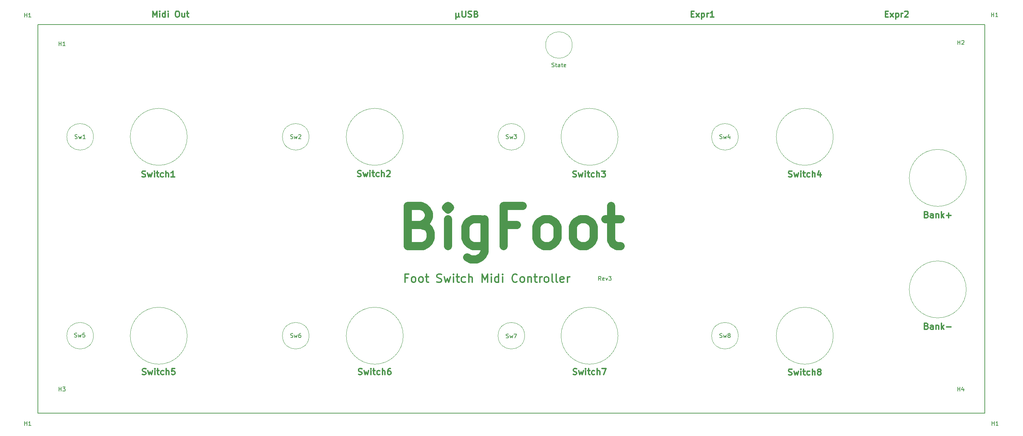
<source format=gbr>
%TF.GenerationSoftware,KiCad,Pcbnew,(6.0.9)*%
%TF.CreationDate,2022-12-12T15:43:42+01:00*%
%TF.ProjectId,BigFoot-Enclosure,42696746-6f6f-4742-9d45-6e636c6f7375,rev?*%
%TF.SameCoordinates,Original*%
%TF.FileFunction,Legend,Top*%
%TF.FilePolarity,Positive*%
%FSLAX46Y46*%
G04 Gerber Fmt 4.6, Leading zero omitted, Abs format (unit mm)*
G04 Created by KiCad (PCBNEW (6.0.9)) date 2022-12-12 15:43:42*
%MOMM*%
%LPD*%
G01*
G04 APERTURE LIST*
%ADD10C,0.150000*%
%ADD11C,0.375000*%
%ADD12C,2.000000*%
%ADD13C,0.300000*%
%ADD14C,0.120000*%
G04 APERTURE END LIST*
D10*
X33200000Y-144500000D02*
X268200000Y-144500000D01*
X268200000Y-144500000D02*
X268200000Y-47980000D01*
X268200000Y-47980000D02*
X33200000Y-47980000D01*
X33200000Y-47980000D02*
X33200000Y-144500000D01*
D11*
X243514285Y-45392857D02*
X244014285Y-45392857D01*
X244228571Y-46178571D02*
X243514285Y-46178571D01*
X243514285Y-44678571D01*
X244228571Y-44678571D01*
X244728571Y-46178571D02*
X245514285Y-45178571D01*
X244728571Y-45178571D02*
X245514285Y-46178571D01*
X246085714Y-45178571D02*
X246085714Y-46678571D01*
X246085714Y-45250000D02*
X246228571Y-45178571D01*
X246514285Y-45178571D01*
X246657142Y-45250000D01*
X246728571Y-45321428D01*
X246800000Y-45464285D01*
X246800000Y-45892857D01*
X246728571Y-46035714D01*
X246657142Y-46107142D01*
X246514285Y-46178571D01*
X246228571Y-46178571D01*
X246085714Y-46107142D01*
X247442857Y-46178571D02*
X247442857Y-45178571D01*
X247442857Y-45464285D02*
X247514285Y-45321428D01*
X247585714Y-45250000D01*
X247728571Y-45178571D01*
X247871428Y-45178571D01*
X248300000Y-44821428D02*
X248371428Y-44750000D01*
X248514285Y-44678571D01*
X248871428Y-44678571D01*
X249014285Y-44750000D01*
X249085714Y-44821428D01*
X249157142Y-44964285D01*
X249157142Y-45107142D01*
X249085714Y-45321428D01*
X248228571Y-46178571D01*
X249157142Y-46178571D01*
D12*
X128319047Y-97785714D02*
X129747619Y-98261904D01*
X130223809Y-98738095D01*
X130700000Y-99690476D01*
X130700000Y-101119047D01*
X130223809Y-102071428D01*
X129747619Y-102547619D01*
X128795238Y-103023809D01*
X124985714Y-103023809D01*
X124985714Y-93023809D01*
X128319047Y-93023809D01*
X129271428Y-93500000D01*
X129747619Y-93976190D01*
X130223809Y-94928571D01*
X130223809Y-95880952D01*
X129747619Y-96833333D01*
X129271428Y-97309523D01*
X128319047Y-97785714D01*
X124985714Y-97785714D01*
X134985714Y-103023809D02*
X134985714Y-96357142D01*
X134985714Y-93023809D02*
X134509523Y-93500000D01*
X134985714Y-93976190D01*
X135461904Y-93500000D01*
X134985714Y-93023809D01*
X134985714Y-93976190D01*
X144033333Y-96357142D02*
X144033333Y-104452380D01*
X143557142Y-105404761D01*
X143080952Y-105880952D01*
X142128571Y-106357142D01*
X140700000Y-106357142D01*
X139747619Y-105880952D01*
X144033333Y-102547619D02*
X143080952Y-103023809D01*
X141176190Y-103023809D01*
X140223809Y-102547619D01*
X139747619Y-102071428D01*
X139271428Y-101119047D01*
X139271428Y-98261904D01*
X139747619Y-97309523D01*
X140223809Y-96833333D01*
X141176190Y-96357142D01*
X143080952Y-96357142D01*
X144033333Y-96833333D01*
X152128571Y-97785714D02*
X148795238Y-97785714D01*
X148795238Y-103023809D02*
X148795238Y-93023809D01*
X153557142Y-93023809D01*
X158795238Y-103023809D02*
X157842857Y-102547619D01*
X157366666Y-102071428D01*
X156890476Y-101119047D01*
X156890476Y-98261904D01*
X157366666Y-97309523D01*
X157842857Y-96833333D01*
X158795238Y-96357142D01*
X160223809Y-96357142D01*
X161176190Y-96833333D01*
X161652380Y-97309523D01*
X162128571Y-98261904D01*
X162128571Y-101119047D01*
X161652380Y-102071428D01*
X161176190Y-102547619D01*
X160223809Y-103023809D01*
X158795238Y-103023809D01*
X167842857Y-103023809D02*
X166890476Y-102547619D01*
X166414285Y-102071428D01*
X165938095Y-101119047D01*
X165938095Y-98261904D01*
X166414285Y-97309523D01*
X166890476Y-96833333D01*
X167842857Y-96357142D01*
X169271428Y-96357142D01*
X170223809Y-96833333D01*
X170700000Y-97309523D01*
X171176190Y-98261904D01*
X171176190Y-101119047D01*
X170700000Y-102071428D01*
X170223809Y-102547619D01*
X169271428Y-103023809D01*
X167842857Y-103023809D01*
X174033333Y-96357142D02*
X177842857Y-96357142D01*
X175461904Y-93023809D02*
X175461904Y-101595238D01*
X175938095Y-102547619D01*
X176890476Y-103023809D01*
X177842857Y-103023809D01*
D11*
X61742857Y-46178571D02*
X61742857Y-44678571D01*
X62242857Y-45750000D01*
X62742857Y-44678571D01*
X62742857Y-46178571D01*
X63457142Y-46178571D02*
X63457142Y-45178571D01*
X63457142Y-44678571D02*
X63385714Y-44750000D01*
X63457142Y-44821428D01*
X63528571Y-44750000D01*
X63457142Y-44678571D01*
X63457142Y-44821428D01*
X64814285Y-46178571D02*
X64814285Y-44678571D01*
X64814285Y-46107142D02*
X64671428Y-46178571D01*
X64385714Y-46178571D01*
X64242857Y-46107142D01*
X64171428Y-46035714D01*
X64100000Y-45892857D01*
X64100000Y-45464285D01*
X64171428Y-45321428D01*
X64242857Y-45250000D01*
X64385714Y-45178571D01*
X64671428Y-45178571D01*
X64814285Y-45250000D01*
X65528571Y-46178571D02*
X65528571Y-45178571D01*
X65528571Y-44678571D02*
X65457142Y-44750000D01*
X65528571Y-44821428D01*
X65600000Y-44750000D01*
X65528571Y-44678571D01*
X65528571Y-44821428D01*
X67671428Y-44678571D02*
X67957142Y-44678571D01*
X68100000Y-44750000D01*
X68242857Y-44892857D01*
X68314285Y-45178571D01*
X68314285Y-45678571D01*
X68242857Y-45964285D01*
X68100000Y-46107142D01*
X67957142Y-46178571D01*
X67671428Y-46178571D01*
X67528571Y-46107142D01*
X67385714Y-45964285D01*
X67314285Y-45678571D01*
X67314285Y-45178571D01*
X67385714Y-44892857D01*
X67528571Y-44750000D01*
X67671428Y-44678571D01*
X69600000Y-45178571D02*
X69600000Y-46178571D01*
X68957142Y-45178571D02*
X68957142Y-45964285D01*
X69028571Y-46107142D01*
X69171428Y-46178571D01*
X69385714Y-46178571D01*
X69528571Y-46107142D01*
X69600000Y-46035714D01*
X70100000Y-45178571D02*
X70671428Y-45178571D01*
X70314285Y-44678571D02*
X70314285Y-45964285D01*
X70385714Y-46107142D01*
X70528571Y-46178571D01*
X70671428Y-46178571D01*
D13*
X124980952Y-110957142D02*
X124314285Y-110957142D01*
X124314285Y-112004761D02*
X124314285Y-110004761D01*
X125266666Y-110004761D01*
X126314285Y-112004761D02*
X126123809Y-111909523D01*
X126028571Y-111814285D01*
X125933333Y-111623809D01*
X125933333Y-111052380D01*
X126028571Y-110861904D01*
X126123809Y-110766666D01*
X126314285Y-110671428D01*
X126599999Y-110671428D01*
X126790476Y-110766666D01*
X126885714Y-110861904D01*
X126980952Y-111052380D01*
X126980952Y-111623809D01*
X126885714Y-111814285D01*
X126790476Y-111909523D01*
X126599999Y-112004761D01*
X126314285Y-112004761D01*
X128123809Y-112004761D02*
X127933333Y-111909523D01*
X127838095Y-111814285D01*
X127742857Y-111623809D01*
X127742857Y-111052380D01*
X127838095Y-110861904D01*
X127933333Y-110766666D01*
X128123809Y-110671428D01*
X128409523Y-110671428D01*
X128599999Y-110766666D01*
X128695238Y-110861904D01*
X128790476Y-111052380D01*
X128790476Y-111623809D01*
X128695238Y-111814285D01*
X128599999Y-111909523D01*
X128409523Y-112004761D01*
X128123809Y-112004761D01*
X129361904Y-110671428D02*
X130123809Y-110671428D01*
X129647619Y-110004761D02*
X129647619Y-111719047D01*
X129742857Y-111909523D01*
X129933333Y-112004761D01*
X130123809Y-112004761D01*
X132219047Y-111909523D02*
X132504761Y-112004761D01*
X132980952Y-112004761D01*
X133171428Y-111909523D01*
X133266666Y-111814285D01*
X133361904Y-111623809D01*
X133361904Y-111433333D01*
X133266666Y-111242857D01*
X133171428Y-111147619D01*
X132980952Y-111052380D01*
X132599999Y-110957142D01*
X132409523Y-110861904D01*
X132314285Y-110766666D01*
X132219047Y-110576190D01*
X132219047Y-110385714D01*
X132314285Y-110195238D01*
X132409523Y-110100000D01*
X132599999Y-110004761D01*
X133076190Y-110004761D01*
X133361904Y-110100000D01*
X134028571Y-110671428D02*
X134409523Y-112004761D01*
X134790476Y-111052380D01*
X135171428Y-112004761D01*
X135552380Y-110671428D01*
X136314285Y-112004761D02*
X136314285Y-110671428D01*
X136314285Y-110004761D02*
X136219047Y-110100000D01*
X136314285Y-110195238D01*
X136409523Y-110100000D01*
X136314285Y-110004761D01*
X136314285Y-110195238D01*
X136980952Y-110671428D02*
X137742857Y-110671428D01*
X137266666Y-110004761D02*
X137266666Y-111719047D01*
X137361904Y-111909523D01*
X137552380Y-112004761D01*
X137742857Y-112004761D01*
X139266666Y-111909523D02*
X139076190Y-112004761D01*
X138695238Y-112004761D01*
X138504761Y-111909523D01*
X138409523Y-111814285D01*
X138314285Y-111623809D01*
X138314285Y-111052380D01*
X138409523Y-110861904D01*
X138504761Y-110766666D01*
X138695238Y-110671428D01*
X139076190Y-110671428D01*
X139266666Y-110766666D01*
X140123809Y-112004761D02*
X140123809Y-110004761D01*
X140980952Y-112004761D02*
X140980952Y-110957142D01*
X140885714Y-110766666D01*
X140695238Y-110671428D01*
X140409523Y-110671428D01*
X140219047Y-110766666D01*
X140123809Y-110861904D01*
X143457142Y-112004761D02*
X143457142Y-110004761D01*
X144123809Y-111433333D01*
X144790476Y-110004761D01*
X144790476Y-112004761D01*
X145742857Y-112004761D02*
X145742857Y-110671428D01*
X145742857Y-110004761D02*
X145647619Y-110100000D01*
X145742857Y-110195238D01*
X145838095Y-110100000D01*
X145742857Y-110004761D01*
X145742857Y-110195238D01*
X147552380Y-112004761D02*
X147552380Y-110004761D01*
X147552380Y-111909523D02*
X147361904Y-112004761D01*
X146980952Y-112004761D01*
X146790476Y-111909523D01*
X146695238Y-111814285D01*
X146599999Y-111623809D01*
X146599999Y-111052380D01*
X146695238Y-110861904D01*
X146790476Y-110766666D01*
X146980952Y-110671428D01*
X147361904Y-110671428D01*
X147552380Y-110766666D01*
X148504761Y-112004761D02*
X148504761Y-110671428D01*
X148504761Y-110004761D02*
X148409523Y-110100000D01*
X148504761Y-110195238D01*
X148599999Y-110100000D01*
X148504761Y-110004761D01*
X148504761Y-110195238D01*
X152123809Y-111814285D02*
X152028571Y-111909523D01*
X151742857Y-112004761D01*
X151552380Y-112004761D01*
X151266666Y-111909523D01*
X151076190Y-111719047D01*
X150980952Y-111528571D01*
X150885714Y-111147619D01*
X150885714Y-110861904D01*
X150980952Y-110480952D01*
X151076190Y-110290476D01*
X151266666Y-110100000D01*
X151552380Y-110004761D01*
X151742857Y-110004761D01*
X152028571Y-110100000D01*
X152123809Y-110195238D01*
X153266666Y-112004761D02*
X153076190Y-111909523D01*
X152980952Y-111814285D01*
X152885714Y-111623809D01*
X152885714Y-111052380D01*
X152980952Y-110861904D01*
X153076190Y-110766666D01*
X153266666Y-110671428D01*
X153552380Y-110671428D01*
X153742857Y-110766666D01*
X153838095Y-110861904D01*
X153933333Y-111052380D01*
X153933333Y-111623809D01*
X153838095Y-111814285D01*
X153742857Y-111909523D01*
X153552380Y-112004761D01*
X153266666Y-112004761D01*
X154790476Y-110671428D02*
X154790476Y-112004761D01*
X154790476Y-110861904D02*
X154885714Y-110766666D01*
X155076190Y-110671428D01*
X155361904Y-110671428D01*
X155552380Y-110766666D01*
X155647619Y-110957142D01*
X155647619Y-112004761D01*
X156314285Y-110671428D02*
X157076190Y-110671428D01*
X156599999Y-110004761D02*
X156599999Y-111719047D01*
X156695238Y-111909523D01*
X156885714Y-112004761D01*
X157076190Y-112004761D01*
X157742857Y-112004761D02*
X157742857Y-110671428D01*
X157742857Y-111052380D02*
X157838095Y-110861904D01*
X157933333Y-110766666D01*
X158123809Y-110671428D01*
X158314285Y-110671428D01*
X159266666Y-112004761D02*
X159076190Y-111909523D01*
X158980952Y-111814285D01*
X158885714Y-111623809D01*
X158885714Y-111052380D01*
X158980952Y-110861904D01*
X159076190Y-110766666D01*
X159266666Y-110671428D01*
X159552380Y-110671428D01*
X159742857Y-110766666D01*
X159838095Y-110861904D01*
X159933333Y-111052380D01*
X159933333Y-111623809D01*
X159838095Y-111814285D01*
X159742857Y-111909523D01*
X159552380Y-112004761D01*
X159266666Y-112004761D01*
X161076190Y-112004761D02*
X160885714Y-111909523D01*
X160790476Y-111719047D01*
X160790476Y-110004761D01*
X162123809Y-112004761D02*
X161933333Y-111909523D01*
X161838095Y-111719047D01*
X161838095Y-110004761D01*
X163647619Y-111909523D02*
X163457142Y-112004761D01*
X163076190Y-112004761D01*
X162885714Y-111909523D01*
X162790476Y-111719047D01*
X162790476Y-110957142D01*
X162885714Y-110766666D01*
X163076190Y-110671428D01*
X163457142Y-110671428D01*
X163647619Y-110766666D01*
X163742857Y-110957142D01*
X163742857Y-111147619D01*
X162790476Y-111338095D01*
X164599999Y-112004761D02*
X164599999Y-110671428D01*
X164599999Y-111052380D02*
X164695238Y-110861904D01*
X164790476Y-110766666D01*
X164980952Y-110671428D01*
X165171428Y-110671428D01*
D11*
X195314285Y-45392857D02*
X195814285Y-45392857D01*
X196028571Y-46178571D02*
X195314285Y-46178571D01*
X195314285Y-44678571D01*
X196028571Y-44678571D01*
X196528571Y-46178571D02*
X197314285Y-45178571D01*
X196528571Y-45178571D02*
X197314285Y-46178571D01*
X197885714Y-45178571D02*
X197885714Y-46678571D01*
X197885714Y-45250000D02*
X198028571Y-45178571D01*
X198314285Y-45178571D01*
X198457142Y-45250000D01*
X198528571Y-45321428D01*
X198600000Y-45464285D01*
X198600000Y-45892857D01*
X198528571Y-46035714D01*
X198457142Y-46107142D01*
X198314285Y-46178571D01*
X198028571Y-46178571D01*
X197885714Y-46107142D01*
X199242857Y-46178571D02*
X199242857Y-45178571D01*
X199242857Y-45464285D02*
X199314285Y-45321428D01*
X199385714Y-45250000D01*
X199528571Y-45178571D01*
X199671428Y-45178571D01*
X200957142Y-46178571D02*
X200100000Y-46178571D01*
X200528571Y-46178571D02*
X200528571Y-44678571D01*
X200385714Y-44892857D01*
X200242857Y-45035714D01*
X200100000Y-45107142D01*
D10*
X172923809Y-111552380D02*
X172590476Y-111076190D01*
X172352380Y-111552380D02*
X172352380Y-110552380D01*
X172733333Y-110552380D01*
X172828571Y-110600000D01*
X172876190Y-110647619D01*
X172923809Y-110742857D01*
X172923809Y-110885714D01*
X172876190Y-110980952D01*
X172828571Y-111028571D01*
X172733333Y-111076190D01*
X172352380Y-111076190D01*
X173733333Y-111504761D02*
X173638095Y-111552380D01*
X173447619Y-111552380D01*
X173352380Y-111504761D01*
X173304761Y-111409523D01*
X173304761Y-111028571D01*
X173352380Y-110933333D01*
X173447619Y-110885714D01*
X173638095Y-110885714D01*
X173733333Y-110933333D01*
X173780952Y-111028571D01*
X173780952Y-111123809D01*
X173304761Y-111219047D01*
X174114285Y-110885714D02*
X174352380Y-111552380D01*
X174590476Y-110885714D01*
X174876190Y-110552380D02*
X175495238Y-110552380D01*
X175161904Y-110933333D01*
X175304761Y-110933333D01*
X175400000Y-110980952D01*
X175447619Y-111028571D01*
X175495238Y-111123809D01*
X175495238Y-111361904D01*
X175447619Y-111457142D01*
X175400000Y-111504761D01*
X175304761Y-111552380D01*
X175019047Y-111552380D01*
X174923809Y-111504761D01*
X174876190Y-111457142D01*
D11*
X136921428Y-45178571D02*
X136921428Y-46678571D01*
X137635714Y-45964285D02*
X137707142Y-46107142D01*
X137850000Y-46178571D01*
X136921428Y-45964285D02*
X136992857Y-46107142D01*
X137135714Y-46178571D01*
X137421428Y-46178571D01*
X137564285Y-46107142D01*
X137635714Y-45964285D01*
X137635714Y-45178571D01*
X138492857Y-44678571D02*
X138492857Y-45892857D01*
X138564285Y-46035714D01*
X138635714Y-46107142D01*
X138778571Y-46178571D01*
X139064285Y-46178571D01*
X139207142Y-46107142D01*
X139278571Y-46035714D01*
X139350000Y-45892857D01*
X139350000Y-44678571D01*
X139992857Y-46107142D02*
X140207142Y-46178571D01*
X140564285Y-46178571D01*
X140707142Y-46107142D01*
X140778571Y-46035714D01*
X140850000Y-45892857D01*
X140850000Y-45750000D01*
X140778571Y-45607142D01*
X140707142Y-45535714D01*
X140564285Y-45464285D01*
X140278571Y-45392857D01*
X140135714Y-45321428D01*
X140064285Y-45250000D01*
X139992857Y-45107142D01*
X139992857Y-44964285D01*
X140064285Y-44821428D01*
X140135714Y-44750000D01*
X140278571Y-44678571D01*
X140635714Y-44678571D01*
X140850000Y-44750000D01*
X141992857Y-45392857D02*
X142207142Y-45464285D01*
X142278571Y-45535714D01*
X142350000Y-45678571D01*
X142350000Y-45892857D01*
X142278571Y-46035714D01*
X142207142Y-46107142D01*
X142064285Y-46178571D01*
X141492857Y-46178571D01*
X141492857Y-44678571D01*
X141992857Y-44678571D01*
X142135714Y-44750000D01*
X142207142Y-44821428D01*
X142278571Y-44964285D01*
X142278571Y-45107142D01*
X142207142Y-45250000D01*
X142135714Y-45321428D01*
X141992857Y-45392857D01*
X141492857Y-45392857D01*
%TO.C,Bank+*%
X253714285Y-95192857D02*
X253928571Y-95264285D01*
X254000000Y-95335714D01*
X254071428Y-95478571D01*
X254071428Y-95692857D01*
X254000000Y-95835714D01*
X253928571Y-95907142D01*
X253785714Y-95978571D01*
X253214285Y-95978571D01*
X253214285Y-94478571D01*
X253714285Y-94478571D01*
X253857142Y-94550000D01*
X253928571Y-94621428D01*
X254000000Y-94764285D01*
X254000000Y-94907142D01*
X253928571Y-95050000D01*
X253857142Y-95121428D01*
X253714285Y-95192857D01*
X253214285Y-95192857D01*
X255357142Y-95978571D02*
X255357142Y-95192857D01*
X255285714Y-95050000D01*
X255142857Y-94978571D01*
X254857142Y-94978571D01*
X254714285Y-95050000D01*
X255357142Y-95907142D02*
X255214285Y-95978571D01*
X254857142Y-95978571D01*
X254714285Y-95907142D01*
X254642857Y-95764285D01*
X254642857Y-95621428D01*
X254714285Y-95478571D01*
X254857142Y-95407142D01*
X255214285Y-95407142D01*
X255357142Y-95335714D01*
X256071428Y-94978571D02*
X256071428Y-95978571D01*
X256071428Y-95121428D02*
X256142857Y-95050000D01*
X256285714Y-94978571D01*
X256500000Y-94978571D01*
X256642857Y-95050000D01*
X256714285Y-95192857D01*
X256714285Y-95978571D01*
X257428571Y-95978571D02*
X257428571Y-94478571D01*
X257571428Y-95407142D02*
X258000000Y-95978571D01*
X258000000Y-94978571D02*
X257428571Y-95550000D01*
X258642857Y-95407142D02*
X259785714Y-95407142D01*
X259214285Y-95978571D02*
X259214285Y-94835714D01*
D10*
%TO.C,H1*%
X269938095Y-147552380D02*
X269938095Y-146552380D01*
X269938095Y-147028571D02*
X270509523Y-147028571D01*
X270509523Y-147552380D02*
X270509523Y-146552380D01*
X271509523Y-147552380D02*
X270938095Y-147552380D01*
X271223809Y-147552380D02*
X271223809Y-146552380D01*
X271128571Y-146695238D01*
X271033333Y-146790476D01*
X270938095Y-146838095D01*
D11*
%TO.C,Switch5*%
X59164285Y-134907142D02*
X59378571Y-134978571D01*
X59735714Y-134978571D01*
X59878571Y-134907142D01*
X59950000Y-134835714D01*
X60021428Y-134692857D01*
X60021428Y-134550000D01*
X59950000Y-134407142D01*
X59878571Y-134335714D01*
X59735714Y-134264285D01*
X59450000Y-134192857D01*
X59307142Y-134121428D01*
X59235714Y-134050000D01*
X59164285Y-133907142D01*
X59164285Y-133764285D01*
X59235714Y-133621428D01*
X59307142Y-133550000D01*
X59450000Y-133478571D01*
X59807142Y-133478571D01*
X60021428Y-133550000D01*
X60521428Y-133978571D02*
X60807142Y-134978571D01*
X61092857Y-134264285D01*
X61378571Y-134978571D01*
X61664285Y-133978571D01*
X62235714Y-134978571D02*
X62235714Y-133978571D01*
X62235714Y-133478571D02*
X62164285Y-133550000D01*
X62235714Y-133621428D01*
X62307142Y-133550000D01*
X62235714Y-133478571D01*
X62235714Y-133621428D01*
X62735714Y-133978571D02*
X63307142Y-133978571D01*
X62950000Y-133478571D02*
X62950000Y-134764285D01*
X63021428Y-134907142D01*
X63164285Y-134978571D01*
X63307142Y-134978571D01*
X64450000Y-134907142D02*
X64307142Y-134978571D01*
X64021428Y-134978571D01*
X63878571Y-134907142D01*
X63807142Y-134835714D01*
X63735714Y-134692857D01*
X63735714Y-134264285D01*
X63807142Y-134121428D01*
X63878571Y-134050000D01*
X64021428Y-133978571D01*
X64307142Y-133978571D01*
X64450000Y-134050000D01*
X65092857Y-134978571D02*
X65092857Y-133478571D01*
X65735714Y-134978571D02*
X65735714Y-134192857D01*
X65664285Y-134050000D01*
X65521428Y-133978571D01*
X65307142Y-133978571D01*
X65164285Y-134050000D01*
X65092857Y-134121428D01*
X67164285Y-133478571D02*
X66450000Y-133478571D01*
X66378571Y-134192857D01*
X66450000Y-134121428D01*
X66592857Y-134050000D01*
X66950000Y-134050000D01*
X67092857Y-134121428D01*
X67164285Y-134192857D01*
X67235714Y-134335714D01*
X67235714Y-134692857D01*
X67164285Y-134835714D01*
X67092857Y-134907142D01*
X66950000Y-134978571D01*
X66592857Y-134978571D01*
X66450000Y-134907142D01*
X66378571Y-134835714D01*
%TO.C,Bank-*%
X253714285Y-122892857D02*
X253928571Y-122964285D01*
X254000000Y-123035714D01*
X254071428Y-123178571D01*
X254071428Y-123392857D01*
X254000000Y-123535714D01*
X253928571Y-123607142D01*
X253785714Y-123678571D01*
X253214285Y-123678571D01*
X253214285Y-122178571D01*
X253714285Y-122178571D01*
X253857142Y-122250000D01*
X253928571Y-122321428D01*
X254000000Y-122464285D01*
X254000000Y-122607142D01*
X253928571Y-122750000D01*
X253857142Y-122821428D01*
X253714285Y-122892857D01*
X253214285Y-122892857D01*
X255357142Y-123678571D02*
X255357142Y-122892857D01*
X255285714Y-122750000D01*
X255142857Y-122678571D01*
X254857142Y-122678571D01*
X254714285Y-122750000D01*
X255357142Y-123607142D02*
X255214285Y-123678571D01*
X254857142Y-123678571D01*
X254714285Y-123607142D01*
X254642857Y-123464285D01*
X254642857Y-123321428D01*
X254714285Y-123178571D01*
X254857142Y-123107142D01*
X255214285Y-123107142D01*
X255357142Y-123035714D01*
X256071428Y-122678571D02*
X256071428Y-123678571D01*
X256071428Y-122821428D02*
X256142857Y-122750000D01*
X256285714Y-122678571D01*
X256500000Y-122678571D01*
X256642857Y-122750000D01*
X256714285Y-122892857D01*
X256714285Y-123678571D01*
X257428571Y-123678571D02*
X257428571Y-122178571D01*
X257571428Y-123107142D02*
X258000000Y-123678571D01*
X258000000Y-122678571D02*
X257428571Y-123250000D01*
X258642857Y-123107142D02*
X259785714Y-123107142D01*
%TO.C,Switch3*%
X165964285Y-85807142D02*
X166178571Y-85878571D01*
X166535714Y-85878571D01*
X166678571Y-85807142D01*
X166750000Y-85735714D01*
X166821428Y-85592857D01*
X166821428Y-85450000D01*
X166750000Y-85307142D01*
X166678571Y-85235714D01*
X166535714Y-85164285D01*
X166250000Y-85092857D01*
X166107142Y-85021428D01*
X166035714Y-84950000D01*
X165964285Y-84807142D01*
X165964285Y-84664285D01*
X166035714Y-84521428D01*
X166107142Y-84450000D01*
X166250000Y-84378571D01*
X166607142Y-84378571D01*
X166821428Y-84450000D01*
X167321428Y-84878571D02*
X167607142Y-85878571D01*
X167892857Y-85164285D01*
X168178571Y-85878571D01*
X168464285Y-84878571D01*
X169035714Y-85878571D02*
X169035714Y-84878571D01*
X169035714Y-84378571D02*
X168964285Y-84450000D01*
X169035714Y-84521428D01*
X169107142Y-84450000D01*
X169035714Y-84378571D01*
X169035714Y-84521428D01*
X169535714Y-84878571D02*
X170107142Y-84878571D01*
X169750000Y-84378571D02*
X169750000Y-85664285D01*
X169821428Y-85807142D01*
X169964285Y-85878571D01*
X170107142Y-85878571D01*
X171250000Y-85807142D02*
X171107142Y-85878571D01*
X170821428Y-85878571D01*
X170678571Y-85807142D01*
X170607142Y-85735714D01*
X170535714Y-85592857D01*
X170535714Y-85164285D01*
X170607142Y-85021428D01*
X170678571Y-84950000D01*
X170821428Y-84878571D01*
X171107142Y-84878571D01*
X171250000Y-84950000D01*
X171892857Y-85878571D02*
X171892857Y-84378571D01*
X172535714Y-85878571D02*
X172535714Y-85092857D01*
X172464285Y-84950000D01*
X172321428Y-84878571D01*
X172107142Y-84878571D01*
X171964285Y-84950000D01*
X171892857Y-85021428D01*
X173107142Y-84378571D02*
X174035714Y-84378571D01*
X173535714Y-84950000D01*
X173750000Y-84950000D01*
X173892857Y-85021428D01*
X173964285Y-85092857D01*
X174035714Y-85235714D01*
X174035714Y-85592857D01*
X173964285Y-85735714D01*
X173892857Y-85807142D01*
X173750000Y-85878571D01*
X173321428Y-85878571D01*
X173178571Y-85807142D01*
X173107142Y-85735714D01*
%TO.C,Switch2*%
X112564285Y-85707142D02*
X112778571Y-85778571D01*
X113135714Y-85778571D01*
X113278571Y-85707142D01*
X113350000Y-85635714D01*
X113421428Y-85492857D01*
X113421428Y-85350000D01*
X113350000Y-85207142D01*
X113278571Y-85135714D01*
X113135714Y-85064285D01*
X112850000Y-84992857D01*
X112707142Y-84921428D01*
X112635714Y-84850000D01*
X112564285Y-84707142D01*
X112564285Y-84564285D01*
X112635714Y-84421428D01*
X112707142Y-84350000D01*
X112850000Y-84278571D01*
X113207142Y-84278571D01*
X113421428Y-84350000D01*
X113921428Y-84778571D02*
X114207142Y-85778571D01*
X114492857Y-85064285D01*
X114778571Y-85778571D01*
X115064285Y-84778571D01*
X115635714Y-85778571D02*
X115635714Y-84778571D01*
X115635714Y-84278571D02*
X115564285Y-84350000D01*
X115635714Y-84421428D01*
X115707142Y-84350000D01*
X115635714Y-84278571D01*
X115635714Y-84421428D01*
X116135714Y-84778571D02*
X116707142Y-84778571D01*
X116350000Y-84278571D02*
X116350000Y-85564285D01*
X116421428Y-85707142D01*
X116564285Y-85778571D01*
X116707142Y-85778571D01*
X117850000Y-85707142D02*
X117707142Y-85778571D01*
X117421428Y-85778571D01*
X117278571Y-85707142D01*
X117207142Y-85635714D01*
X117135714Y-85492857D01*
X117135714Y-85064285D01*
X117207142Y-84921428D01*
X117278571Y-84850000D01*
X117421428Y-84778571D01*
X117707142Y-84778571D01*
X117850000Y-84850000D01*
X118492857Y-85778571D02*
X118492857Y-84278571D01*
X119135714Y-85778571D02*
X119135714Y-84992857D01*
X119064285Y-84850000D01*
X118921428Y-84778571D01*
X118707142Y-84778571D01*
X118564285Y-84850000D01*
X118492857Y-84921428D01*
X119778571Y-84421428D02*
X119850000Y-84350000D01*
X119992857Y-84278571D01*
X120350000Y-84278571D01*
X120492857Y-84350000D01*
X120564285Y-84421428D01*
X120635714Y-84564285D01*
X120635714Y-84707142D01*
X120564285Y-84921428D01*
X119707142Y-85778571D01*
X120635714Y-85778571D01*
D10*
%TO.C,H1*%
X38438095Y-53252380D02*
X38438095Y-52252380D01*
X38438095Y-52728571D02*
X39009523Y-52728571D01*
X39009523Y-53252380D02*
X39009523Y-52252380D01*
X40009523Y-53252380D02*
X39438095Y-53252380D01*
X39723809Y-53252380D02*
X39723809Y-52252380D01*
X39628571Y-52395238D01*
X39533333Y-52490476D01*
X39438095Y-52538095D01*
%TO.C,Sw5*%
X42314285Y-125604761D02*
X42457142Y-125652380D01*
X42695238Y-125652380D01*
X42790476Y-125604761D01*
X42838095Y-125557142D01*
X42885714Y-125461904D01*
X42885714Y-125366666D01*
X42838095Y-125271428D01*
X42790476Y-125223809D01*
X42695238Y-125176190D01*
X42504761Y-125128571D01*
X42409523Y-125080952D01*
X42361904Y-125033333D01*
X42314285Y-124938095D01*
X42314285Y-124842857D01*
X42361904Y-124747619D01*
X42409523Y-124700000D01*
X42504761Y-124652380D01*
X42742857Y-124652380D01*
X42885714Y-124700000D01*
X43219047Y-124985714D02*
X43409523Y-125652380D01*
X43600000Y-125176190D01*
X43790476Y-125652380D01*
X43980952Y-124985714D01*
X44838095Y-124652380D02*
X44361904Y-124652380D01*
X44314285Y-125128571D01*
X44361904Y-125080952D01*
X44457142Y-125033333D01*
X44695238Y-125033333D01*
X44790476Y-125080952D01*
X44838095Y-125128571D01*
X44885714Y-125223809D01*
X44885714Y-125461904D01*
X44838095Y-125557142D01*
X44790476Y-125604761D01*
X44695238Y-125652380D01*
X44457142Y-125652380D01*
X44361904Y-125604761D01*
X44314285Y-125557142D01*
D11*
%TO.C,Switch7*%
X166064285Y-134907142D02*
X166278571Y-134978571D01*
X166635714Y-134978571D01*
X166778571Y-134907142D01*
X166850000Y-134835714D01*
X166921428Y-134692857D01*
X166921428Y-134550000D01*
X166850000Y-134407142D01*
X166778571Y-134335714D01*
X166635714Y-134264285D01*
X166350000Y-134192857D01*
X166207142Y-134121428D01*
X166135714Y-134050000D01*
X166064285Y-133907142D01*
X166064285Y-133764285D01*
X166135714Y-133621428D01*
X166207142Y-133550000D01*
X166350000Y-133478571D01*
X166707142Y-133478571D01*
X166921428Y-133550000D01*
X167421428Y-133978571D02*
X167707142Y-134978571D01*
X167992857Y-134264285D01*
X168278571Y-134978571D01*
X168564285Y-133978571D01*
X169135714Y-134978571D02*
X169135714Y-133978571D01*
X169135714Y-133478571D02*
X169064285Y-133550000D01*
X169135714Y-133621428D01*
X169207142Y-133550000D01*
X169135714Y-133478571D01*
X169135714Y-133621428D01*
X169635714Y-133978571D02*
X170207142Y-133978571D01*
X169850000Y-133478571D02*
X169850000Y-134764285D01*
X169921428Y-134907142D01*
X170064285Y-134978571D01*
X170207142Y-134978571D01*
X171350000Y-134907142D02*
X171207142Y-134978571D01*
X170921428Y-134978571D01*
X170778571Y-134907142D01*
X170707142Y-134835714D01*
X170635714Y-134692857D01*
X170635714Y-134264285D01*
X170707142Y-134121428D01*
X170778571Y-134050000D01*
X170921428Y-133978571D01*
X171207142Y-133978571D01*
X171350000Y-134050000D01*
X171992857Y-134978571D02*
X171992857Y-133478571D01*
X172635714Y-134978571D02*
X172635714Y-134192857D01*
X172564285Y-134050000D01*
X172421428Y-133978571D01*
X172207142Y-133978571D01*
X172064285Y-134050000D01*
X171992857Y-134121428D01*
X173207142Y-133478571D02*
X174207142Y-133478571D01*
X173564285Y-134978571D01*
%TO.C,Switch4*%
X219464285Y-85807142D02*
X219678571Y-85878571D01*
X220035714Y-85878571D01*
X220178571Y-85807142D01*
X220250000Y-85735714D01*
X220321428Y-85592857D01*
X220321428Y-85450000D01*
X220250000Y-85307142D01*
X220178571Y-85235714D01*
X220035714Y-85164285D01*
X219750000Y-85092857D01*
X219607142Y-85021428D01*
X219535714Y-84950000D01*
X219464285Y-84807142D01*
X219464285Y-84664285D01*
X219535714Y-84521428D01*
X219607142Y-84450000D01*
X219750000Y-84378571D01*
X220107142Y-84378571D01*
X220321428Y-84450000D01*
X220821428Y-84878571D02*
X221107142Y-85878571D01*
X221392857Y-85164285D01*
X221678571Y-85878571D01*
X221964285Y-84878571D01*
X222535714Y-85878571D02*
X222535714Y-84878571D01*
X222535714Y-84378571D02*
X222464285Y-84450000D01*
X222535714Y-84521428D01*
X222607142Y-84450000D01*
X222535714Y-84378571D01*
X222535714Y-84521428D01*
X223035714Y-84878571D02*
X223607142Y-84878571D01*
X223250000Y-84378571D02*
X223250000Y-85664285D01*
X223321428Y-85807142D01*
X223464285Y-85878571D01*
X223607142Y-85878571D01*
X224750000Y-85807142D02*
X224607142Y-85878571D01*
X224321428Y-85878571D01*
X224178571Y-85807142D01*
X224107142Y-85735714D01*
X224035714Y-85592857D01*
X224035714Y-85164285D01*
X224107142Y-85021428D01*
X224178571Y-84950000D01*
X224321428Y-84878571D01*
X224607142Y-84878571D01*
X224750000Y-84950000D01*
X225392857Y-85878571D02*
X225392857Y-84378571D01*
X226035714Y-85878571D02*
X226035714Y-85092857D01*
X225964285Y-84950000D01*
X225821428Y-84878571D01*
X225607142Y-84878571D01*
X225464285Y-84950000D01*
X225392857Y-85021428D01*
X227392857Y-84878571D02*
X227392857Y-85878571D01*
X227035714Y-84307142D02*
X226678571Y-85378571D01*
X227607142Y-85378571D01*
D10*
%TO.C,H4*%
X261438095Y-139052380D02*
X261438095Y-138052380D01*
X261438095Y-138528571D02*
X262009523Y-138528571D01*
X262009523Y-139052380D02*
X262009523Y-138052380D01*
X262914285Y-138385714D02*
X262914285Y-139052380D01*
X262676190Y-138004761D02*
X262438095Y-138719047D01*
X263057142Y-138719047D01*
%TO.C,Sw4*%
X202414285Y-76304761D02*
X202557142Y-76352380D01*
X202795238Y-76352380D01*
X202890476Y-76304761D01*
X202938095Y-76257142D01*
X202985714Y-76161904D01*
X202985714Y-76066666D01*
X202938095Y-75971428D01*
X202890476Y-75923809D01*
X202795238Y-75876190D01*
X202604761Y-75828571D01*
X202509523Y-75780952D01*
X202461904Y-75733333D01*
X202414285Y-75638095D01*
X202414285Y-75542857D01*
X202461904Y-75447619D01*
X202509523Y-75400000D01*
X202604761Y-75352380D01*
X202842857Y-75352380D01*
X202985714Y-75400000D01*
X203319047Y-75685714D02*
X203509523Y-76352380D01*
X203700000Y-75876190D01*
X203890476Y-76352380D01*
X204080952Y-75685714D01*
X204890476Y-75685714D02*
X204890476Y-76352380D01*
X204652380Y-75304761D02*
X204414285Y-76019047D01*
X205033333Y-76019047D01*
%TO.C,Sw2*%
X95914285Y-76304761D02*
X96057142Y-76352380D01*
X96295238Y-76352380D01*
X96390476Y-76304761D01*
X96438095Y-76257142D01*
X96485714Y-76161904D01*
X96485714Y-76066666D01*
X96438095Y-75971428D01*
X96390476Y-75923809D01*
X96295238Y-75876190D01*
X96104761Y-75828571D01*
X96009523Y-75780952D01*
X95961904Y-75733333D01*
X95914285Y-75638095D01*
X95914285Y-75542857D01*
X95961904Y-75447619D01*
X96009523Y-75400000D01*
X96104761Y-75352380D01*
X96342857Y-75352380D01*
X96485714Y-75400000D01*
X96819047Y-75685714D02*
X97009523Y-76352380D01*
X97200000Y-75876190D01*
X97390476Y-76352380D01*
X97580952Y-75685714D01*
X97914285Y-75447619D02*
X97961904Y-75400000D01*
X98057142Y-75352380D01*
X98295238Y-75352380D01*
X98390476Y-75400000D01*
X98438095Y-75447619D01*
X98485714Y-75542857D01*
X98485714Y-75638095D01*
X98438095Y-75780952D01*
X97866666Y-76352380D01*
X98485714Y-76352380D01*
%TO.C,Sw6*%
X95914285Y-125704761D02*
X96057142Y-125752380D01*
X96295238Y-125752380D01*
X96390476Y-125704761D01*
X96438095Y-125657142D01*
X96485714Y-125561904D01*
X96485714Y-125466666D01*
X96438095Y-125371428D01*
X96390476Y-125323809D01*
X96295238Y-125276190D01*
X96104761Y-125228571D01*
X96009523Y-125180952D01*
X95961904Y-125133333D01*
X95914285Y-125038095D01*
X95914285Y-124942857D01*
X95961904Y-124847619D01*
X96009523Y-124800000D01*
X96104761Y-124752380D01*
X96342857Y-124752380D01*
X96485714Y-124800000D01*
X96819047Y-125085714D02*
X97009523Y-125752380D01*
X97200000Y-125276190D01*
X97390476Y-125752380D01*
X97580952Y-125085714D01*
X98390476Y-124752380D02*
X98200000Y-124752380D01*
X98104761Y-124800000D01*
X98057142Y-124847619D01*
X97961904Y-124990476D01*
X97914285Y-125180952D01*
X97914285Y-125561904D01*
X97961904Y-125657142D01*
X98009523Y-125704761D01*
X98104761Y-125752380D01*
X98295238Y-125752380D01*
X98390476Y-125704761D01*
X98438095Y-125657142D01*
X98485714Y-125561904D01*
X98485714Y-125323809D01*
X98438095Y-125228571D01*
X98390476Y-125180952D01*
X98295238Y-125133333D01*
X98104761Y-125133333D01*
X98009523Y-125180952D01*
X97961904Y-125228571D01*
X97914285Y-125323809D01*
%TO.C,Sw3*%
X149414285Y-76304761D02*
X149557142Y-76352380D01*
X149795238Y-76352380D01*
X149890476Y-76304761D01*
X149938095Y-76257142D01*
X149985714Y-76161904D01*
X149985714Y-76066666D01*
X149938095Y-75971428D01*
X149890476Y-75923809D01*
X149795238Y-75876190D01*
X149604761Y-75828571D01*
X149509523Y-75780952D01*
X149461904Y-75733333D01*
X149414285Y-75638095D01*
X149414285Y-75542857D01*
X149461904Y-75447619D01*
X149509523Y-75400000D01*
X149604761Y-75352380D01*
X149842857Y-75352380D01*
X149985714Y-75400000D01*
X150319047Y-75685714D02*
X150509523Y-76352380D01*
X150700000Y-75876190D01*
X150890476Y-76352380D01*
X151080952Y-75685714D01*
X151366666Y-75352380D02*
X151985714Y-75352380D01*
X151652380Y-75733333D01*
X151795238Y-75733333D01*
X151890476Y-75780952D01*
X151938095Y-75828571D01*
X151985714Y-75923809D01*
X151985714Y-76161904D01*
X151938095Y-76257142D01*
X151890476Y-76304761D01*
X151795238Y-76352380D01*
X151509523Y-76352380D01*
X151414285Y-76304761D01*
X151366666Y-76257142D01*
%TO.C,H3*%
X38438095Y-139052380D02*
X38438095Y-138052380D01*
X38438095Y-138528571D02*
X39009523Y-138528571D01*
X39009523Y-139052380D02*
X39009523Y-138052380D01*
X39390476Y-138052380D02*
X40009523Y-138052380D01*
X39676190Y-138433333D01*
X39819047Y-138433333D01*
X39914285Y-138480952D01*
X39961904Y-138528571D01*
X40009523Y-138623809D01*
X40009523Y-138861904D01*
X39961904Y-138957142D01*
X39914285Y-139004761D01*
X39819047Y-139052380D01*
X39533333Y-139052380D01*
X39438095Y-139004761D01*
X39390476Y-138957142D01*
D11*
%TO.C,Switch6*%
X112764285Y-134907142D02*
X112978571Y-134978571D01*
X113335714Y-134978571D01*
X113478571Y-134907142D01*
X113550000Y-134835714D01*
X113621428Y-134692857D01*
X113621428Y-134550000D01*
X113550000Y-134407142D01*
X113478571Y-134335714D01*
X113335714Y-134264285D01*
X113050000Y-134192857D01*
X112907142Y-134121428D01*
X112835714Y-134050000D01*
X112764285Y-133907142D01*
X112764285Y-133764285D01*
X112835714Y-133621428D01*
X112907142Y-133550000D01*
X113050000Y-133478571D01*
X113407142Y-133478571D01*
X113621428Y-133550000D01*
X114121428Y-133978571D02*
X114407142Y-134978571D01*
X114692857Y-134264285D01*
X114978571Y-134978571D01*
X115264285Y-133978571D01*
X115835714Y-134978571D02*
X115835714Y-133978571D01*
X115835714Y-133478571D02*
X115764285Y-133550000D01*
X115835714Y-133621428D01*
X115907142Y-133550000D01*
X115835714Y-133478571D01*
X115835714Y-133621428D01*
X116335714Y-133978571D02*
X116907142Y-133978571D01*
X116550000Y-133478571D02*
X116550000Y-134764285D01*
X116621428Y-134907142D01*
X116764285Y-134978571D01*
X116907142Y-134978571D01*
X118050000Y-134907142D02*
X117907142Y-134978571D01*
X117621428Y-134978571D01*
X117478571Y-134907142D01*
X117407142Y-134835714D01*
X117335714Y-134692857D01*
X117335714Y-134264285D01*
X117407142Y-134121428D01*
X117478571Y-134050000D01*
X117621428Y-133978571D01*
X117907142Y-133978571D01*
X118050000Y-134050000D01*
X118692857Y-134978571D02*
X118692857Y-133478571D01*
X119335714Y-134978571D02*
X119335714Y-134192857D01*
X119264285Y-134050000D01*
X119121428Y-133978571D01*
X118907142Y-133978571D01*
X118764285Y-134050000D01*
X118692857Y-134121428D01*
X120692857Y-133478571D02*
X120407142Y-133478571D01*
X120264285Y-133550000D01*
X120192857Y-133621428D01*
X120050000Y-133835714D01*
X119978571Y-134121428D01*
X119978571Y-134692857D01*
X120050000Y-134835714D01*
X120121428Y-134907142D01*
X120264285Y-134978571D01*
X120550000Y-134978571D01*
X120692857Y-134907142D01*
X120764285Y-134835714D01*
X120835714Y-134692857D01*
X120835714Y-134335714D01*
X120764285Y-134192857D01*
X120692857Y-134121428D01*
X120550000Y-134050000D01*
X120264285Y-134050000D01*
X120121428Y-134121428D01*
X120050000Y-134192857D01*
X119978571Y-134335714D01*
D10*
%TO.C,Sw1*%
X42414285Y-76304761D02*
X42557142Y-76352380D01*
X42795238Y-76352380D01*
X42890476Y-76304761D01*
X42938095Y-76257142D01*
X42985714Y-76161904D01*
X42985714Y-76066666D01*
X42938095Y-75971428D01*
X42890476Y-75923809D01*
X42795238Y-75876190D01*
X42604761Y-75828571D01*
X42509523Y-75780952D01*
X42461904Y-75733333D01*
X42414285Y-75638095D01*
X42414285Y-75542857D01*
X42461904Y-75447619D01*
X42509523Y-75400000D01*
X42604761Y-75352380D01*
X42842857Y-75352380D01*
X42985714Y-75400000D01*
X43319047Y-75685714D02*
X43509523Y-76352380D01*
X43700000Y-75876190D01*
X43890476Y-76352380D01*
X44080952Y-75685714D01*
X44985714Y-76352380D02*
X44414285Y-76352380D01*
X44700000Y-76352380D02*
X44700000Y-75352380D01*
X44604761Y-75495238D01*
X44509523Y-75590476D01*
X44414285Y-75638095D01*
D11*
%TO.C,Switch8*%
X219464285Y-135007142D02*
X219678571Y-135078571D01*
X220035714Y-135078571D01*
X220178571Y-135007142D01*
X220250000Y-134935714D01*
X220321428Y-134792857D01*
X220321428Y-134650000D01*
X220250000Y-134507142D01*
X220178571Y-134435714D01*
X220035714Y-134364285D01*
X219750000Y-134292857D01*
X219607142Y-134221428D01*
X219535714Y-134150000D01*
X219464285Y-134007142D01*
X219464285Y-133864285D01*
X219535714Y-133721428D01*
X219607142Y-133650000D01*
X219750000Y-133578571D01*
X220107142Y-133578571D01*
X220321428Y-133650000D01*
X220821428Y-134078571D02*
X221107142Y-135078571D01*
X221392857Y-134364285D01*
X221678571Y-135078571D01*
X221964285Y-134078571D01*
X222535714Y-135078571D02*
X222535714Y-134078571D01*
X222535714Y-133578571D02*
X222464285Y-133650000D01*
X222535714Y-133721428D01*
X222607142Y-133650000D01*
X222535714Y-133578571D01*
X222535714Y-133721428D01*
X223035714Y-134078571D02*
X223607142Y-134078571D01*
X223250000Y-133578571D02*
X223250000Y-134864285D01*
X223321428Y-135007142D01*
X223464285Y-135078571D01*
X223607142Y-135078571D01*
X224750000Y-135007142D02*
X224607142Y-135078571D01*
X224321428Y-135078571D01*
X224178571Y-135007142D01*
X224107142Y-134935714D01*
X224035714Y-134792857D01*
X224035714Y-134364285D01*
X224107142Y-134221428D01*
X224178571Y-134150000D01*
X224321428Y-134078571D01*
X224607142Y-134078571D01*
X224750000Y-134150000D01*
X225392857Y-135078571D02*
X225392857Y-133578571D01*
X226035714Y-135078571D02*
X226035714Y-134292857D01*
X225964285Y-134150000D01*
X225821428Y-134078571D01*
X225607142Y-134078571D01*
X225464285Y-134150000D01*
X225392857Y-134221428D01*
X226964285Y-134221428D02*
X226821428Y-134150000D01*
X226750000Y-134078571D01*
X226678571Y-133935714D01*
X226678571Y-133864285D01*
X226750000Y-133721428D01*
X226821428Y-133650000D01*
X226964285Y-133578571D01*
X227250000Y-133578571D01*
X227392857Y-133650000D01*
X227464285Y-133721428D01*
X227535714Y-133864285D01*
X227535714Y-133935714D01*
X227464285Y-134078571D01*
X227392857Y-134150000D01*
X227250000Y-134221428D01*
X226964285Y-134221428D01*
X226821428Y-134292857D01*
X226750000Y-134364285D01*
X226678571Y-134507142D01*
X226678571Y-134792857D01*
X226750000Y-134935714D01*
X226821428Y-135007142D01*
X226964285Y-135078571D01*
X227250000Y-135078571D01*
X227392857Y-135007142D01*
X227464285Y-134935714D01*
X227535714Y-134792857D01*
X227535714Y-134507142D01*
X227464285Y-134364285D01*
X227392857Y-134292857D01*
X227250000Y-134221428D01*
D10*
%TO.C,Sw8*%
X202414285Y-125704761D02*
X202557142Y-125752380D01*
X202795238Y-125752380D01*
X202890476Y-125704761D01*
X202938095Y-125657142D01*
X202985714Y-125561904D01*
X202985714Y-125466666D01*
X202938095Y-125371428D01*
X202890476Y-125323809D01*
X202795238Y-125276190D01*
X202604761Y-125228571D01*
X202509523Y-125180952D01*
X202461904Y-125133333D01*
X202414285Y-125038095D01*
X202414285Y-124942857D01*
X202461904Y-124847619D01*
X202509523Y-124800000D01*
X202604761Y-124752380D01*
X202842857Y-124752380D01*
X202985714Y-124800000D01*
X203319047Y-125085714D02*
X203509523Y-125752380D01*
X203700000Y-125276190D01*
X203890476Y-125752380D01*
X204080952Y-125085714D01*
X204604761Y-125180952D02*
X204509523Y-125133333D01*
X204461904Y-125085714D01*
X204414285Y-124990476D01*
X204414285Y-124942857D01*
X204461904Y-124847619D01*
X204509523Y-124800000D01*
X204604761Y-124752380D01*
X204795238Y-124752380D01*
X204890476Y-124800000D01*
X204938095Y-124847619D01*
X204985714Y-124942857D01*
X204985714Y-124990476D01*
X204938095Y-125085714D01*
X204890476Y-125133333D01*
X204795238Y-125180952D01*
X204604761Y-125180952D01*
X204509523Y-125228571D01*
X204461904Y-125276190D01*
X204414285Y-125371428D01*
X204414285Y-125561904D01*
X204461904Y-125657142D01*
X204509523Y-125704761D01*
X204604761Y-125752380D01*
X204795238Y-125752380D01*
X204890476Y-125704761D01*
X204938095Y-125657142D01*
X204985714Y-125561904D01*
X204985714Y-125371428D01*
X204938095Y-125276190D01*
X204890476Y-125228571D01*
X204795238Y-125180952D01*
%TO.C,Sw7*%
X149414285Y-125804761D02*
X149557142Y-125852380D01*
X149795238Y-125852380D01*
X149890476Y-125804761D01*
X149938095Y-125757142D01*
X149985714Y-125661904D01*
X149985714Y-125566666D01*
X149938095Y-125471428D01*
X149890476Y-125423809D01*
X149795238Y-125376190D01*
X149604761Y-125328571D01*
X149509523Y-125280952D01*
X149461904Y-125233333D01*
X149414285Y-125138095D01*
X149414285Y-125042857D01*
X149461904Y-124947619D01*
X149509523Y-124900000D01*
X149604761Y-124852380D01*
X149842857Y-124852380D01*
X149985714Y-124900000D01*
X150319047Y-125185714D02*
X150509523Y-125852380D01*
X150700000Y-125376190D01*
X150890476Y-125852380D01*
X151080952Y-125185714D01*
X151366666Y-124852380D02*
X152033333Y-124852380D01*
X151604761Y-125852380D01*
%TO.C,H1*%
X29938095Y-46152380D02*
X29938095Y-45152380D01*
X29938095Y-45628571D02*
X30509523Y-45628571D01*
X30509523Y-46152380D02*
X30509523Y-45152380D01*
X31509523Y-46152380D02*
X30938095Y-46152380D01*
X31223809Y-46152380D02*
X31223809Y-45152380D01*
X31128571Y-45295238D01*
X31033333Y-45390476D01*
X30938095Y-45438095D01*
%TO.C,State*%
X160761904Y-58504761D02*
X160904761Y-58552380D01*
X161142857Y-58552380D01*
X161238095Y-58504761D01*
X161285714Y-58457142D01*
X161333333Y-58361904D01*
X161333333Y-58266666D01*
X161285714Y-58171428D01*
X161238095Y-58123809D01*
X161142857Y-58076190D01*
X160952380Y-58028571D01*
X160857142Y-57980952D01*
X160809523Y-57933333D01*
X160761904Y-57838095D01*
X160761904Y-57742857D01*
X160809523Y-57647619D01*
X160857142Y-57600000D01*
X160952380Y-57552380D01*
X161190476Y-57552380D01*
X161333333Y-57600000D01*
X161619047Y-57885714D02*
X162000000Y-57885714D01*
X161761904Y-57552380D02*
X161761904Y-58409523D01*
X161809523Y-58504761D01*
X161904761Y-58552380D01*
X162000000Y-58552380D01*
X162761904Y-58552380D02*
X162761904Y-58028571D01*
X162714285Y-57933333D01*
X162619047Y-57885714D01*
X162428571Y-57885714D01*
X162333333Y-57933333D01*
X162761904Y-58504761D02*
X162666666Y-58552380D01*
X162428571Y-58552380D01*
X162333333Y-58504761D01*
X162285714Y-58409523D01*
X162285714Y-58314285D01*
X162333333Y-58219047D01*
X162428571Y-58171428D01*
X162666666Y-58171428D01*
X162761904Y-58123809D01*
X163095238Y-57885714D02*
X163476190Y-57885714D01*
X163238095Y-57552380D02*
X163238095Y-58409523D01*
X163285714Y-58504761D01*
X163380952Y-58552380D01*
X163476190Y-58552380D01*
X164190476Y-58504761D02*
X164095238Y-58552380D01*
X163904761Y-58552380D01*
X163809523Y-58504761D01*
X163761904Y-58409523D01*
X163761904Y-58028571D01*
X163809523Y-57933333D01*
X163904761Y-57885714D01*
X164095238Y-57885714D01*
X164190476Y-57933333D01*
X164238095Y-58028571D01*
X164238095Y-58123809D01*
X163761904Y-58219047D01*
%TO.C,H2*%
X261438095Y-52952380D02*
X261438095Y-51952380D01*
X261438095Y-52428571D02*
X262009523Y-52428571D01*
X262009523Y-52952380D02*
X262009523Y-51952380D01*
X262438095Y-52047619D02*
X262485714Y-52000000D01*
X262580952Y-51952380D01*
X262819047Y-51952380D01*
X262914285Y-52000000D01*
X262961904Y-52047619D01*
X263009523Y-52142857D01*
X263009523Y-52238095D01*
X262961904Y-52380952D01*
X262390476Y-52952380D01*
X263009523Y-52952380D01*
%TO.C,H1*%
X29938095Y-147552380D02*
X29938095Y-146552380D01*
X29938095Y-147028571D02*
X30509523Y-147028571D01*
X30509523Y-147552380D02*
X30509523Y-146552380D01*
X31509523Y-147552380D02*
X30938095Y-147552380D01*
X31223809Y-147552380D02*
X31223809Y-146552380D01*
X31128571Y-146695238D01*
X31033333Y-146790476D01*
X30938095Y-146838095D01*
X269838095Y-46052380D02*
X269838095Y-45052380D01*
X269838095Y-45528571D02*
X270409523Y-45528571D01*
X270409523Y-46052380D02*
X270409523Y-45052380D01*
X271409523Y-46052380D02*
X270838095Y-46052380D01*
X271123809Y-46052380D02*
X271123809Y-45052380D01*
X271028571Y-45195238D01*
X270933333Y-45290476D01*
X270838095Y-45338095D01*
D11*
%TO.C,Switch1*%
X59064285Y-85807142D02*
X59278571Y-85878571D01*
X59635714Y-85878571D01*
X59778571Y-85807142D01*
X59850000Y-85735714D01*
X59921428Y-85592857D01*
X59921428Y-85450000D01*
X59850000Y-85307142D01*
X59778571Y-85235714D01*
X59635714Y-85164285D01*
X59350000Y-85092857D01*
X59207142Y-85021428D01*
X59135714Y-84950000D01*
X59064285Y-84807142D01*
X59064285Y-84664285D01*
X59135714Y-84521428D01*
X59207142Y-84450000D01*
X59350000Y-84378571D01*
X59707142Y-84378571D01*
X59921428Y-84450000D01*
X60421428Y-84878571D02*
X60707142Y-85878571D01*
X60992857Y-85164285D01*
X61278571Y-85878571D01*
X61564285Y-84878571D01*
X62135714Y-85878571D02*
X62135714Y-84878571D01*
X62135714Y-84378571D02*
X62064285Y-84450000D01*
X62135714Y-84521428D01*
X62207142Y-84450000D01*
X62135714Y-84378571D01*
X62135714Y-84521428D01*
X62635714Y-84878571D02*
X63207142Y-84878571D01*
X62850000Y-84378571D02*
X62850000Y-85664285D01*
X62921428Y-85807142D01*
X63064285Y-85878571D01*
X63207142Y-85878571D01*
X64350000Y-85807142D02*
X64207142Y-85878571D01*
X63921428Y-85878571D01*
X63778571Y-85807142D01*
X63707142Y-85735714D01*
X63635714Y-85592857D01*
X63635714Y-85164285D01*
X63707142Y-85021428D01*
X63778571Y-84950000D01*
X63921428Y-84878571D01*
X64207142Y-84878571D01*
X64350000Y-84950000D01*
X64992857Y-85878571D02*
X64992857Y-84378571D01*
X65635714Y-85878571D02*
X65635714Y-85092857D01*
X65564285Y-84950000D01*
X65421428Y-84878571D01*
X65207142Y-84878571D01*
X65064285Y-84950000D01*
X64992857Y-85021428D01*
X67135714Y-85878571D02*
X66278571Y-85878571D01*
X66707142Y-85878571D02*
X66707142Y-84378571D01*
X66564285Y-84592857D01*
X66421428Y-84735714D01*
X66278571Y-84807142D01*
D14*
%TO.C,Bank+*%
X263571068Y-86100000D02*
G75*
G03*
X263571068Y-86100000I-7071068J0D01*
G01*
%TO.C,Switch5*%
X70271068Y-125300000D02*
G75*
G03*
X70271068Y-125300000I-7071068J0D01*
G01*
%TO.C,Bank-*%
X263571068Y-113800000D02*
G75*
G03*
X263571068Y-113800000I-7071068J0D01*
G01*
%TO.C,Switch3*%
X177171068Y-75900000D02*
G75*
G03*
X177171068Y-75900000I-7071068J0D01*
G01*
%TO.C,Switch2*%
X123871068Y-75900000D02*
G75*
G03*
X123871068Y-75900000I-7071068J0D01*
G01*
%TO.C,Sw5*%
X47000000Y-125300000D02*
G75*
G03*
X47000000Y-125300000I-3300000J0D01*
G01*
%TO.C,Switch7*%
X177171068Y-125300000D02*
G75*
G03*
X177171068Y-125300000I-7071068J0D01*
G01*
%TO.C,Switch4*%
X230571068Y-75900000D02*
G75*
G03*
X230571068Y-75900000I-7071068J0D01*
G01*
%TO.C,Sw4*%
X207000000Y-75900000D02*
G75*
G03*
X207000000Y-75900000I-3300000J0D01*
G01*
%TO.C,Sw2*%
X100500000Y-75900000D02*
G75*
G03*
X100500000Y-75900000I-3300000J0D01*
G01*
%TO.C,Sw6*%
X100500000Y-125300000D02*
G75*
G03*
X100500000Y-125300000I-3300000J0D01*
G01*
%TO.C,Sw3*%
X154000000Y-75900000D02*
G75*
G03*
X154000000Y-75900000I-3300000J0D01*
G01*
%TO.C,Switch6*%
X123871068Y-125300000D02*
G75*
G03*
X123871068Y-125300000I-7071068J0D01*
G01*
%TO.C,Sw1*%
X47000000Y-75900000D02*
G75*
G03*
X47000000Y-75900000I-3300000J0D01*
G01*
%TO.C,Switch8*%
X230571068Y-125300000D02*
G75*
G03*
X230571068Y-125300000I-7071068J0D01*
G01*
%TO.C,Sw8*%
X207000000Y-125300000D02*
G75*
G03*
X207000000Y-125300000I-3300000J0D01*
G01*
%TO.C,Sw7*%
X154000000Y-125300000D02*
G75*
G03*
X154000000Y-125300000I-3300000J0D01*
G01*
%TO.C,State*%
X165800000Y-53100000D02*
G75*
G03*
X165800000Y-53100000I-3300000J0D01*
G01*
%TO.C,Switch1*%
X70271068Y-75900000D02*
G75*
G03*
X70271068Y-75900000I-7071068J0D01*
G01*
%TD*%
M02*

</source>
